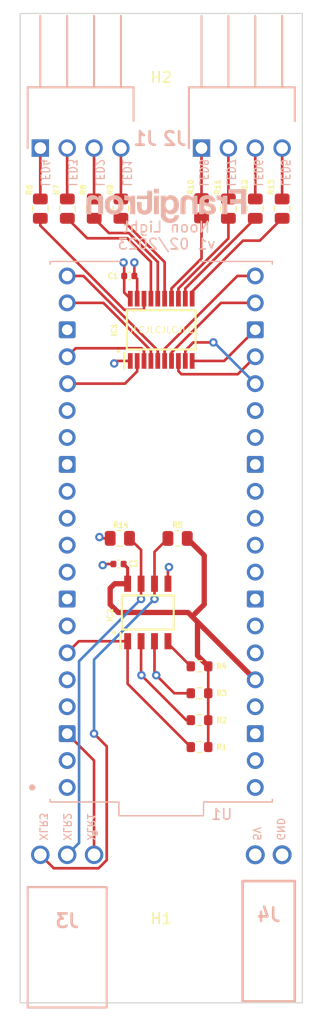
<source format=kicad_pcb>
(kicad_pcb (version 20211014) (generator pcbnew)
  (layers (0 "F.Cu" signal) (1 "In1.Cu" signal) (2 "In2.Cu" signal) (31 "B.Cu" signal) (34 "B.Paste" user) (35 "F.Paste" user) (36 "B.SilkS" user "B.Silkscreen") (37 "F.SilkS" user "F.Silkscreen") (38 "B.Mask" user) (39 "F.Mask" user) (44 "Edge.Cuts" user))
  (net 0 "")
  (net 1 "+5V")
  (net 2 "+3.3V")
  (net 3 "LED3.3_1")
  (net 4 "LED3.3_2")
  (net 5 "LED3.3_3")
  (net 6 "LED3.3_4")
  (net 7 "LED3.3_5")
  (net 8 "LED3.3_6")
  (net 9 "LED3.3_7")
  (net 10 "LED3.3_8")
  (net 11 "Net-(IC1-Pad11)")
  (net 12 "Net-(IC1-Pad12)")
  (net 13 "Net-(IC1-Pad13)")
  (net 14 "Net-(IC1-Pad14)")
  (net 15 "Net-(IC1-Pad15)")
  (net 16 "Net-(IC1-Pad16)")
  (net 17 "Net-(IC1-Pad17)")
  (net 18 "Net-(IC1-Pad18)")
  (net 19 "DMX")
  (net 20 "Net-(IC2-Pad4)")
  (net 21 "XLR 3")
  (net 22 "XLR 2")
  (net 23 "LED_1")
  (net 24 "LED_2")
  (net 25 "LED_3")
  (net 26 "LED_4")
  (net 27 "LED_5")
  (net 28 "LED_6")
  (net 29 "LED_7")
  (net 30 "LED_8")
  (net 53 "XLR1{slash}GND")
  (footprint "Resistor_SMD:R_0603_1608Metric" (layer "F.Cu") (at 143.881093 112.390655 180)
    (fp_text reference "R3" (at -2.095 0) (layer "F.SilkS") (effects (font (size 0.5 0.5) (thickness 0.125))))
    (fp_text value "10K")
    (pad "1" smd roundrect (at -0.825 0 180) (size 0.8 0.95) (layers "F.Cu" "F.Paste" "F.Mask") (net 2 "+3.3V"))
    (pad "2" smd roundrect (at 0.825 0 180) (size 0.8 0.95) (layers "F.Cu" "F.Paste" "F.Mask") (net 53 "XLR1{slash}GND"))
  )
  (footprint "SamacSys_Parts:SOP65P640X120-20N" (layer "F.Cu") (at 140.261093 78.100655 90)
    (fp_text reference "IC1" (at 0 -4.445 90) (layer "F.SilkS") (effects (font (size 0.5 0.5) (thickness 0.125))))
    (fp_text value "SN74HCT245PWR" hide)
    (pad "1" smd rect locked (at -2.938 -2.925 180) (size 0.45 1.475) (layers "F.Cu" "F.Paste" "F.Mask") (net 1 "+5V"))
    (pad "2" smd rect locked (at -2.938 -2.275 180) (size 0.45 1.475) (layers "F.Cu" "F.Paste" "F.Mask") (net 3 "LED3.3_1"))
    (pad "3" smd rect locked (at -2.938 -1.625 180) (size 0.45 1.475) (layers "F.Cu" "F.Paste" "F.Mask") (net 4 "LED3.3_2"))
    (pad "4" smd rect locked (at -2.938 -0.975 180) (size 0.45 1.475) (layers "F.Cu" "F.Paste" "F.Mask") (net 5 "LED3.3_3"))
    (pad "5" smd rect locked (at -2.938 -0.325 180) (size 0.45 1.475) (layers "F.Cu" "F.Paste" "F.Mask") (net 6 "LED3.3_4"))
    (pad "6" smd rect locked (at -2.938 0.325 180) (size 0.45 1.475) (layers "F.Cu" "F.Paste" "F.Mask") (net 7 "LED3.3_5"))
    (pad "7" smd rect locked (at -2.938 0.975 180) (size 0.45 1.475) (layers "F.Cu" "F.Paste" "F.Mask") (net 8 "LED3.3_6"))
    (pad "8" smd rect locked (at -2.938 1.625 180) (size 0.45 1.475) (layers "F.Cu" "F.Paste" "F.Mask") (net 9 "LED3.3_7"))
    (pad "9" smd rect locked (at -2.938 2.275 180) (size 0.45 1.475) (layers "F.Cu" "F.Paste" "F.Mask") (net 10 "LED3.3_8"))
    (pad "10" smd rect locked (at -2.938 2.925 180) (size 0.45 1.475) (layers "F.Cu" "F.Paste" "F.Mask") (net 53 "XLR1{slash}GND"))
    (pad "11" smd rect locked (at 2.938 2.925 180) (size 0.45 1.475) (layers "F.Cu" "F.Paste" "F.Mask") (net 11 "Net-(IC1-Pad11)"))
    (pad "12" smd rect locked (at 2.938 2.275 180) (size 0.45 1.475) (layers "F.Cu" "F.Paste" "F.Mask") (net 12 "Net-(IC1-Pad12)"))
    (pad "13" smd rect locked (at 2.938 1.625 180) (size 0.45 1.475) (layers "F.Cu" "F.Paste" "F.Mask") (net 13 "Net-(IC1-Pad13)"))
    (pad "14" smd rect locked (at 2.938 0.975 180) (size 0.45 1.475) (layers "F.Cu" "F.Paste" "F.Mask") (net 14 "Net-(IC1-Pad14)"))
    (pad "15" smd rect locked (at 2.938 0.325 180) (size 0.45 1.475) (layers "F.Cu" "F.Paste" "F.Mask") (net 15 "Net-(IC1-Pad15)"))
    (pad "16" smd rect locked (at 2.938 -0.325 180) (size 0.45 1.475) (layers "F.Cu" "F.Paste" "F.Mask") (net 16 "Net-(IC1-Pad16)"))
    (pad "17" smd rect locked (at 2.938 -0.975 180) (size 0.45 1.475) (layers "F.Cu" "F.Paste" "F.Mask") (net 17 "Net-(IC1-Pad17)"))
    (pad "18" smd rect locked (at 2.938 -1.625 180) (size 0.45 1.475) (layers "F.Cu" "F.Paste" "F.Mask") (net 18 "Net-(IC1-Pad18)"))
    (pad "19" smd rect locked (at 2.938 -2.275 180) (size 0.45 1.475) (layers "F.Cu" "F.Paste" "F.Mask") (net 53 "XLR1{slash}GND"))
    (pad "20" smd rect locked (at 2.938 -2.925 180) (size 0.45 1.475) (layers "F.Cu" "F.Paste" "F.Mask") (net 1 "+5V"))
  )
  (footprint "Resistor_SMD:R_0805_2012Metric" (layer "F.Cu") (at 144.071093 66.633591 90)
    (fp_text reference "R10" (at 1.994936 -1.016 90) (layer "F.SilkS") (effects (font (size 0.5 0.5) (thickness 0.125))))
    (fp_text value "180")
    (pad "1" smd roundrect (at -0.9125 0 90) (size 1.025 1.4) (layers "F.Cu" "F.Paste" "F.Mask") (roundrect_rratio 0.243902439) (net 14 "Net-(IC1-Pad14)"))
    (pad "2" smd roundrect (at 0.9125 0 90) (size 1.025 1.4) (layers "F.Cu" "F.Paste" "F.Mask") (roundrect_rratio 0.243902439) (net 27 "LED_5"))
  )
  (footprint "Resistor_SMD:R_0805_2012Metric" (layer "F.Cu") (at 131.386093 66.670655 90)
    (fp_text reference "R7" (at 1.778 -1.031 90) (layer "F.SilkS") (effects (font (size 0.5 0.5) (thickness 0.125))))
    (fp_text value "180")
    (pad "1" smd roundrect (at -0.9125 0 90) (size 1.025 1.4) (layers "F.Cu" "F.Paste" "F.Mask") (roundrect_rratio 0.243902439) (net 17 "Net-(IC1-Pad17)"))
    (pad "2" smd roundrect (at 0.9125 0 90) (size 1.025 1.4) (layers "F.Cu" "F.Paste" "F.Mask") (roundrect_rratio 0.243902439) (net 24 "LED_2"))
  )
  (footprint "Resistor_SMD:R_0603_1608Metric" (layer "F.Cu") (at 143.881093 114.930655 180)
    (fp_text reference "R2" (at -2.095 0) (layer "F.SilkS") (effects (font (size 0.5 0.5) (thickness 0.125))))
    (fp_text value "10K")
    (pad "1" smd roundrect (at -0.825 0 180) (size 0.8 0.95) (layers "F.Cu" "F.Paste" "F.Mask") (net 2 "+3.3V"))
    (pad "2" smd roundrect (at 0.825 0 180) (size 0.8 0.95) (layers "F.Cu" "F.Paste" "F.Mask") (net 53 "XLR1{slash}GND"))
  )
  (footprint "Resistor_SMD:R_0805_2012Metric" (layer "F.Cu") (at 136.451093 66.670655 90)
    (fp_text reference "R9" (at 1.778 -1.016 90) (layer "F.SilkS") (effects (font (size 0.5 0.5) (thickness 0.125))))
    (fp_text value "180")
    (pad "1" smd roundrect (at -0.9125 0 90) (size 1.025 1.4) (layers "F.Cu" "F.Paste" "F.Mask") (roundrect_rratio 0.243902439) (net 15 "Net-(IC1-Pad15)"))
    (pad "2" smd roundrect (at 0.9125 0 90) (size 1.025 1.4) (layers "F.Cu" "F.Paste" "F.Mask") (roundrect_rratio 0.243902439) (net 26 "LED_4"))
  )
  (footprint "SamacSys_Parts:SOIC127P600X175-8N" (layer "F.Cu") (at 138.991093 104.770655 90)
    (fp_text reference "IC2" (at -0.254 -3.556 90) (layer "F.SilkS") (effects (font (size 0.5 0.5) (thickness 0.125))))
    (fp_text value "MAX3485EESA+T" hide)
    (pad "1" smd rect locked (at -2.712 -1.905 180) (size 0.65 1.525) (layers "F.Cu" "F.Paste" "F.Mask") (net 19 "DMX"))
    (pad "2" smd rect locked (at -2.712 -0.635 180) (size 0.65 1.525) (layers "F.Cu" "F.Paste" "F.Mask") (net 53 "XLR1{slash}GND"))
    (pad "3" smd rect locked (at -2.712 0.635 180) (size 0.65 1.525) (layers "F.Cu" "F.Paste" "F.Mask") (net 53 "XLR1{slash}GND"))
    (pad "4" smd rect locked (at -2.712 1.905 180) (size 0.65 1.525) (layers "F.Cu" "F.Paste" "F.Mask") (net 20 "Net-(IC2-Pad4)"))
    (pad "5" smd rect locked (at 2.712 1.905 180) (size 0.65 1.525) (layers "F.Cu" "F.Paste" "F.Mask") (net 53 "XLR1{slash}GND"))
    (pad "6" smd rect locked (at 2.712 0.635 180) (size 0.65 1.525) (layers "F.Cu" "F.Paste" "F.Mask") (net 21 "XLR 3"))
    (pad "7" smd rect locked (at 2.712 -0.635 180) (size 0.65 1.525) (layers "F.Cu" "F.Paste" "F.Mask") (net 22 "XLR 2"))
    (pad "8" smd rect locked (at 2.712 -1.905 180) (size 0.65 1.525) (layers "F.Cu" "F.Paste" "F.Mask") (net 2 "+3.3V"))
  )
  (footprint "Resistor_SMD:R_0805_2012Metric" (layer "F.Cu") (at 128.831093 66.670655 90)
    (fp_text reference "R6" (at 1.778 -1.016 90) (layer "F.SilkS") (effects (font (size 0.5 0.5) (thickness 0.125))))
    (fp_text value "180")
    (pad "1" smd roundrect (at -0.9125 0 90) (size 1.025 1.4) (layers "F.Cu" "F.Paste" "F.Mask") (roundrect_rratio 0.243902439) (net 18 "Net-(IC1-Pad18)"))
    (pad "2" smd roundrect (at 0.9125 0 90) (size 1.025 1.4) (layers "F.Cu" "F.Paste" "F.Mask") (roundrect_rratio 0.243902439) (net 23 "LED_1"))
  )
  (footprint "Resistor_SMD:R_0805_2012Metric" (layer "F.Cu") (at 141.808593 97.785655 180)
    (fp_text reference "R5" (at 0 1.27) (layer "F.SilkS") (effects (font (size 0.5 0.5) (thickness 0.125))))
    (fp_text value "20K")
    (pad "1" smd roundrect (at -0.9125 0 180) (size 1.025 1.4) (layers "F.Cu" "F.Paste" "F.Mask") (roundrect_rratio 0.243902439) (net 2 "+3.3V"))
    (pad "2" smd roundrect (at 0.9125 0 180) (size 1.025 1.4) (layers "F.Cu" "F.Paste" "F.Mask") (roundrect_rratio 0.243902439) (net 21 "XLR 3"))
  )
  (footprint "MountingHole:MountingHole_2.5mm" (layer "F.Cu") (at 140.261093 57.780655)
    (fp_text reference "H2" (at 0 -3.5) (layer "F.SilkS"))
    (fp_text value "MountingHole")
    (pad "" np_thru_hole circle (at 0 0) (size 2.5 2.5) (drill 2.5) (layers *.Cu *.Mask))
  )
  (footprint "Resistor_SMD:R_0603_1608Metric" (layer "F.Cu") (at 143.881093 109.850655 180)
    (fp_text reference "R4" (at -2.095 0) (layer "F.SilkS") (effects (font (size 0.5 0.5) (thickness 0.125))))
    (fp_text value "10K")
    (pad "1" smd roundrect (at -0.825 0 180) (size 0.8 0.95) (layers "F.Cu" "F.Paste" "F.Mask") (net 2 "+3.3V"))
    (pad "2" smd roundrect (at 0.825 0 180) (size 0.8 0.95) (layers "F.Cu" "F.Paste" "F.Mask") (net 20 "Net-(IC2-Pad4)"))
  )
  (footprint "MountingHole:MountingHole_2.5mm" (layer "F.Cu") (at 140.261093 137.155655)
    (fp_text reference "H1" (at 0 -3.5) (layer "F.SilkS"))
    (fp_text value "MountingHole")
    (pad "" np_thru_hole circle (at 0 0) (size 2.5 2.5) (drill 2.5) (layers *.Cu *.Mask))
  )
  (footprint "Resistor_SMD:R_0805_2012Metric" (layer "F.Cu") (at 146.611093 66.670655 90)
    (fp_text reference "R11" (at 2.032 -1.016 90) (layer "F.SilkS") (effects (font (size 0.5 0.5) (thickness 0.125))))
    (fp_text value "180")
    (pad "1" smd roundrect (at -0.9125 0 90) (size 1.025 1.4) (layers "F.Cu" "F.Paste" "F.Mask") (roundrect_rratio 0.243902439) (net 13 "Net-(IC1-Pad13)"))
    (pad "2" smd roundrect (at 0.9125 0 90) (size 1.025 1.4) (layers "F.Cu" "F.Paste" "F.Mask") (roundrect_rratio 0.243902439) (net 28 "LED_6"))
  )
  (footprint "Capacitor_SMD:C_0402_1005Metric" (layer "F.Cu") (at 136.225093 100.198655)
    (fp_text reference "C2" (at 1.425 -0.02) (layer "F.SilkS") (effects (font (size 0.5 0.5) (thickness 0.125))))
    (fp_text value "100nF")
    (pad "1" smd roundrect (at -0.48 0) (size 0.56 0.62) (layers "F.Cu" "F.Paste" "F.Mask") (net 53 "XLR1{slash}GND"))
    (pad "2" smd roundrect (at 0.48 0) (size 0.56 0.62) (layers "F.Cu" "F.Paste" "F.Mask") (net 2 "+3.3V"))
  )
  (footprint "Resistor_SMD:R_0805_2012Metric" (layer "F.Cu") (at 133.926093 66.670655 90)
    (fp_text reference "R8" (at 1.778 -1.031 90) (layer "F.SilkS") (effects (font (size 0.5 0.5) (thickness 0.125))))
    (fp_text value "180")
    (pad "1" smd roundrect (at -0.9125 0 90) (size 1.025 1.4) (layers "F.Cu" "F.Paste" "F.Mask") (roundrect_rratio 0.243902439) (net 16 "Net-(IC1-Pad16)"))
    (pad "2" smd roundrect (at 0.9125 0 90) (size 1.025 1.4) (layers "F.Cu" "F.Paste" "F.Mask") (roundrect_rratio 0.243902439) (net 25 "LED_3"))
  )
  (footprint "Capacitor_SMD:C_0402_1005Metric" (layer "F.Cu") (at 137.241093 73.020655)
    (fp_text reference "C1" (at -1.552 0) (layer "F.SilkS") (effects (font (size 0.5 0.5) (thickness 0.125))))
    (fp_text value "100nF")
    (pad "1" smd roundrect (at -0.48 0) (size 0.56 0.62) (layers "F.Cu" "F.Paste" "F.Mask") (net 1 "+5V"))
    (pad "2" smd roundrect (at 0.48 0) (size 0.56 0.62) (layers "F.Cu" "F.Paste" "F.Mask") (net 53 "XLR1{slash}GND"))
  )
  (footprint "Resistor_SMD:R_0805_2012Metric" (layer "F.Cu") (at 151.691093 66.670655 90)
    (fp_text reference "R13" (at 2.032 -1.016 90) (layer "F.SilkS") (effects (font (size 0.5 0.5) (thickness 0.125))))
    (fp_text value "180")
    (pad "1" smd roundrect (at -0.9125 0 90) (size 1.025 1.4) (layers "F.Cu" "F.Paste" "F.Mask") (roundrect_rratio 0.243902439) (net 11 "Net-(IC1-Pad11)"))
    (pad "2" smd roundrect (at 0.9125 0 90) (size 1.025 1.4) (layers "F.Cu" "F.Paste" "F.Mask") (roundrect_rratio 0.243902439) (net 30 "LED_8"))
  )
  (footprint "Resistor_SMD:R_0603_1608Metric" (layer "F.Cu") (at 143.881093 117.470655 180)
    (fp_text reference "R1" (at -2.095 0) (layer "F.SilkS") (effects (font (size 0.5 0.5) (thickness 0.125))))
    (fp_text value "10K")
    (pad "1" smd roundrect (at -0.825 0 180) (size 0.8 0.95) (layers "F.Cu" "F.Paste" "F.Mask") (net 2 "+3.3V"))
    (pad "2" smd roundrect (at 0.825 0 180) (size 0.8 0.95) (layers "F.Cu" "F.Paste" "F.Mask") (net 19 "DMX"))
  )
  (footprint "Resistor_SMD:R_0805_2012Metric" (layer "F.Cu") (at 136.348593 97.775655 180)
    (fp_text reference "R14" (at -0.1025 1.26) (layer "F.SilkS") (effects (font (size 0.5 0.5) (thickness 0.125))))
    (fp_text value "20K")
    (pad "1" smd roundrect (at -0.9125 0 180) (size 1.025 1.4) (layers "F.Cu" "F.Paste" "F.Mask") (roundrect_rratio 0.243902439) (net 22 "XLR 2"))
    (pad "2" smd roundrect (at 0.9125 0 180) (size 1.025 1.4) (layers "F.Cu" "F.Paste" "F.Mask") (roundrect_rratio 0.243902439) (net 53 "XLR1{slash}GND"))
  )
  (footprint "Resistor_SMD:R_0805_2012Metric" (layer "F.Cu") (at 149.151093 66.670655 90)
    (fp_text reference "R12" (at 2.032 -1.016 90) (layer "F.SilkS") (effects (font (size 0.5 0.5) (thickness 0.125))))
    (fp_text value "180")
    (pad "1" smd roundrect (at -0.9125 0 90) (size 1.025 1.4) (layers "F.Cu" "F.Paste" "F.Mask") (roundrect_rratio 0.243902439) (net 12 "Net-(IC1-Pad12)"))
    (pad "2" smd roundrect (at 0.9125 0 90) (size 1.025 1.4) (layers "F.Cu" "F.Paste" "F.Mask") (roundrect_rratio 0.243902439) (net 29 "LED_7"))
  )
  (footprint "SamacSys_Parts:HDRRA4W64P0X254_1X4_1001X318X635P" (layer "B.Cu") (at 128.831093 60.955655 180)
    (fp_text reference "J1" (at -9.906 0.889) (layer "B.SilkS") (effects (font (size 1.27 1.27) (thickness 0.254)) (justify mirror)))
    (fp_text value "171857-0004" hide)
    (pad "1" thru_hole rect locked (at 0 0 180) (size 1.65 1.65) (drill 1.1) (layers *.Cu *.Mask) (net 23 "LED_1"))
    (pad "2" thru_hole circle locked (at -2.54 0 180) (size 1.65 1.65) (drill 1.1) (layers *.Cu *.Mask) (net 24 "LED_2"))
    (pad "3" thru_hole circle locked (at -5.08 0 180) (size 1.65 1.65) (drill 1.1) (layers *.Cu *.Mask) (net 25 "LED_3"))
    (pad "4" thru_hole circle locked (at -7.62 0 180) (size 1.65 1.65) (drill 1.1) (layers *.Cu *.Mask) (net 26 "LED_4"))
  )
  (footprint "Frangitron:frangitron_logo_16mm" (layer "B.Cu") (at 140.769093 66.416655 180)
    (fp_text reference "HS1" hide)
    (fp_text value "Frangitron_Logo" hide)
  )
  (footprint "SamacSys_Parts:HDRRA4W64P0X254_1X4_1001X318X635P" (layer "B.Cu") (at 144.071093 60.955655 180)
    (fp_text reference "J2" (at 2.54 0.889) (layer "B.SilkS") (effects (font (size 1.27 1.27) (thickness 0.254)) (justify mirror)))
    (fp_text value "171857-0004" hide)
    (pad "1" thru_hole rect locked (at 0 0 180) (size 1.65 1.65) (drill 1.1) (layers *.Cu *.Mask) (net 27 "LED_5"))
    (pad "2" thru_hole circle locked (at -2.54 0 180) (size 1.65 1.65) (drill 1.1) (layers *.Cu *.Mask) (net 28 "LED_6"))
    (pad "3" thru_hole circle locked (at -5.08 0 180) (size 1.65 1.65) (drill 1.1) (layers *.Cu *.Mask) (net 29 "LED_7"))
    (pad "4" thru_hole circle locked (at -7.62 0 180) (size 1.65 1.65) (drill 1.1) (layers *.Cu *.Mask) (net 30 "LED_8"))
  )
  (footprint "SamacSys_Parts:171857-0003" (layer "B.Cu") (at 131.371093 133.860655)
    (fp_text reference "J3" (at 0 0) (layer "B.SilkS") (effects (font (size 1.27 1.27) (thickness 0.254)) (justify mirror)))
    (fp_text value "171857-0003" hide)
    (pad "1" thru_hole circle locked (at 2.54 -6.23) (size 1.75 1.75) (drill 1.19) (layers *.Cu *.Mask) (net 53 "XLR1{slash}GND"))
    (pad "2" thru_hole circle locked (at 0 -6.23) (size 1.75 1.75) (drill 1.19) (layers *.Cu *.Mask) (net 22 "XLR 2"))
    (pad "3" thru_hole circle locked (at -2.54 -6.23) (size 1.75 1.75) (drill 1.19) (layers *.Cu *.Mask) (net 21 "XLR 3"))
  )
  (footprint "Frangitron:RaspberryPicoW" (layer "B.Cu") (at 141.605 95.885)
    (fp_text reference "U1" (at 4.371093 27.935655) (layer "B.SilkS") (effects (justify mirror)))
    (fp_text value "RPiPicoW")
    (pad "1" thru_hole circle (at -10.233907 25.395655) (size 1.6 1.6) (drill 1) (layers *.Cu *.Mask))
    (pad "2" thru_hole circle (at -10.233907 22.855655) (size 1.6 1.6) (drill 1) (layers *.Cu *.Mask))
    (pad "3" thru_hole roundrect (at -10.233907 20.315655) (size 1.6 1.6) (drill 1) (layers *.Cu *.Mask) (roundrect_rratio 0.125) (net 53 "XLR1{slash}GND"))
    (pad "4" thru_hole circle (at -10.233907 17.775655) (size 1.6 1.6) (drill 1) (layers *.Cu *.Mask))
    (pad "5" thru_hole circle (at -10.233907 15.235655) (size 1.6 1.6) (drill 1) (layers *.Cu *.Mask))
    (pad "6" thru_hole circle (at -10.233907 12.695655) (size 1.6 1.6) (drill 1) (layers *.Cu *.Mask) (net 19 "DMX"))
    (pad "7" thru_hole circle (at -10.233907 10.155655) (size 1.6 1.6) (drill 1) (layers *.Cu *.Mask))
    (pad "8" thru_hole roundrect (at -10.233907 7.615655) (size 1.6 1.6) (drill 1) (layers *.Cu *.Mask) (roundrect_rratio 0.125) (net 53 "XLR1{slash}GND"))
    (pad "9" thru_hole circle (at -10.233907 5.075655) (size 1.6 1.6) (drill 1) (layers *.Cu *.Mask))
    (pad "10" thru_hole circle (at -10.233907 2.535655) (size 1.6 1.6) (drill 1) (layers *.Cu *.Mask))
    (pad "11" thru_hole circle (at -10.233907 -0.004345) (size 1.6 1.6) (drill 1) (layers *.Cu *.Mask))
    (pad "12" thru_hole circle (at -10.233907 -2.544345) (size 1.6 1.6) (drill 1) (layers *.Cu *.Mask))
    (pad "13" thru_hole roundrect (at -10.233907 -5.084345) (size 1.6 1.6) (drill 1) (layers *.Cu *.Mask) (roundrect_rratio 0.125) (net 53 "XLR1{slash}GND"))
    (pad "14" thru_hole circle (at -10.233907 -7.624345) (size 1.6 1.6) (drill 1) (layers *.Cu *.Mask))
    (pad "15" thru_hole circle (at -10.233907 -10.164345) (size 1.6 1.6) (drill 1) (layers *.Cu *.Mask))
    (pad "16" thru_hole circle (at -10.192026 -12.704345) (size 1.6 1.6) (drill 1) (layers *.Cu *.Mask) (net 3 "LED3.3_1"))
    (pad "17" thru_hole circle (at -10.233907 -15.244345) (size 1.6 1.6) (drill 1) (layers *.Cu *.Mask) (net 4 "LED3.3_2"))
    (pad "18" thru_hole roundrect (at -10.233907 -17.784345) (size 1.6 1.6) (drill 1) (layers *.Cu *.Mask) (roundrect_rratio 0.125) (net 53 "XLR1{slash}GND"))
    (pad "19" thru_hole circle (at -10.233907 -20.324345) (size 1.6 1.6) (drill 1) (layers *.Cu *.Mask) (net 5 "LED3.3_3"))
    (pad "20" thru_hole circle (at -10.233907 -22.864345) (size 1.6 1.6) (drill 1) (layers *.Cu *.Mask) (net 6 "LED3.3_4"))
    (pad "21" thru_hole circle (at 7.546093 -22.864345) (size 1.6 1.6) (drill 1) (layers *.Cu *.Mask) (net 7 "LED3.3_5"))
    (pad "22" thru_hole circle (at 7.546093 -20.324345) (size 1.6 1.6) (drill 1) (layers *.Cu *.Mask) (net 8 "LED3.3_6"))
    (pad "23" thru_hole roundrect (at 7.546093 -17.784345) (size 1.6 1.6) (drill 1) (layers *.Cu *.Mask) (roundrect_rratio 0.125) (net 53 "XLR1{slash}GND"))
    (pad "24" thru_hole circle (at 7.546093 -15.244345) (size 1.6 1.6) (drill 1) (layers *.Cu *.Mask) (net 9 "LED3.3_7"))
    (pad "25" thru_hole circle (at 7.546093 -12.704345) (size 1.6 1.6) (drill 1) (layers *.Cu *.Mask) (net 10 "LED3.3_8"))
    (pad "26" thru_hole circle (at 7.546093 -10.164345) (size 1.6 1.6) (drill 1) (layers *.Cu *.Mask))
    (pad "27" thru_hole circle (at 7.546093 -7.624345) (size 1.6 1.6) (drill 1) (layers *.Cu *.Mask))
    (pad "28" thru_hole roundrect (at 7.546093 -5.084345) (size 1.6 1.6) (drill 1) (layers *.Cu *.Mask) (roundrect_rratio 0.125) (net 53 "XLR1{slash}GND"))
    (pad "29" thru_hole circle (at 7.546093 -2.544345) (size 1.6 1.6) (drill 1) (layers *.Cu *.Mask))
    (pad "30" thru_hole circle (at 7.546093 -0.004345) (size 1.6 1.6) (drill 1) (layers *.Cu *.Mask))
    (pad "31" thru_hole circle (at 7.546093 2.535655) (size 1.6 1.6) (drill 1) (layers *.Cu *.Mask))
    (pad "32" thru_hole circle (at 7.546093 5.075655) (size 1.6 1.6) (drill 1) (layers *.Cu *.Mask))
    (pad "33" thru_hole roundrect (at 7.546093 7.615655) (size 1.6 1.6) (drill 1) (layers *.Cu *.Mask) (roundrect_rratio 0.125))
    (pad "34" thru_hole circle (at 7.546093 10.155655) (size 1.6 1.6) (drill 1) (layers *.Cu *.Mask))
    (pad "35" thru_hole circle (at 7.546093 12.695655) (size 1.6 1.6) (drill 1) (layers *.Cu *.Mask))
    (pad "36" thru_hole circle (at 7.546093 15.235655) (size 1.6 1.6) (drill 1) (layers *.Cu *.Mask) (net 2 "+3.3V"))
    (pad "37" thru_hole circle (at 7.546093 17.775655) (size 1.6 1.6) (drill 1) (layers *.Cu *.Mask))
    (pad "38" thru_hole roundrect (at 7.546093 20.315655) (size 1.6 1.6) (drill 1) (layers *.Cu *.Mask) (roundrect_rratio 0.125) (net 53 "XLR1{slash}GND"))
    (pad "39" thru_hole circle (at 7.546093 22.855655) (size 1.6 1.6) (drill 1) (layers *.Cu *.Mask) (net 1 "+5V"))
    (pad "40" thru_hole circle (at 7.546093 25.395655) (size 1.6 1.6) (drill 1) (layers *.Cu *.Mask))
  )
  (footprint "SamacSys_Parts:171857-0002" (layer "B.Cu") (at 150.421093 133.290655)
    (fp_text reference "J4" (at 0 0) (layer "B.SilkS") (effects (font (size 1.27 1.27) (thickness 0.254)) (justify mirror)))
    (fp_text value "171857-0002" hide)
    (pad "1" thru_hole circle locked (at -1.27 -5.66) (size 1.8 1.8) (drill 1.19) (layers *.Cu *.Mask) (net 1 "+5V"))
    (pad "2" thru_hole circle locked (at 1.27 -5.66) (size 1.8 1.8) (drill 1.19) (layers *.Cu *.Mask) (net 53 "XLR1{slash}GND"))
  )
  (gr_circle (center 136.197093 80.132655) (end 136.297093 80.132655) (layer "F.SilkS") (width 0.15) (fill none))
  (gr_circle (center 135.816093 106.675655) (end 135.916093 106.675655) (layer "F.SilkS") (width 0.15) (fill none))
  (gr_rect (start 126.926093 48.255655) (end 153.596093 141.600655) (layer "Edge.Cuts") (width 0.1) (fill none))
  (gr_text "GND\n\n5V" (at 150.421093 126.360655 270) (layer "B.SilkS") (effects (font (size 0.7 0.7) (thickness 0.12)) (justify left mirror)))
  (gr_text "LED5\n\nLED6\n\nLED7\n\nLED8" (at 148.135093 64.638655 270) (layer "B.SilkS") (effects (font (size 0.8 0.7) (thickness 0.12)) (justify left mirror)))
  (gr_text "XLR1\n\nXLR2\n\nXLR3" (at 131.371093 126.360655 270) (layer "B.SilkS") (effects (font (size 0.7 0.7) (thickness 0.12)) (justify left mirror)))
  (gr_text "Noon Light\nv1 02/2023" (at 140.769093 69.210655) (layer "B.SilkS") (effects (font (size 1 1)) (justify mirror)))
  (gr_text "LED1\n\nLED2\n\nLED3\n\nLED4" (at 133.149093 64.638655 270) (layer "B.SilkS") (effects (font (size 0.8 0.7) (thickness 0.12)) (justify left mirror)))
  (gr_text "JLCJLCJLCJLC" (at 140.261093 78.100655) (layer "F.SilkS") (effects (font (size 0.6 0.6) (thickness 0.08))))
  (segment (start 137.336093 81.038655) (end 136.053093 81.038655) (width 0.25) (layer "F.Cu") (net 1))
  (segment (start 136.761093 74.587655) (end 137.336093 75.162655) (width 0.25) (layer "F.Cu") (net 1))
  (segment (start 136.761093 71.806655) (end 136.705093 71.750655) (width 0.25) (layer "F.Cu") (net 1))
  (segment (start 136.053093 81.038655) (end 135.816093 81.275655) (width 0.25) (layer "F.Cu") (net 1))
  (segment (start 136.761093 73.020655) (end 136.761093 74.587655) (width 0.25) (layer "F.Cu") (net 1))
  (segment (start 136.761093 73.020655) (end 136.761093 71.806655) (width 0.25) (layer "F.Cu") (net 1))
  (via (at 136.705093 71.750655) (size 0.8) (drill 0.4) (layers "F.Cu" "B.Cu") (net 1))
  (via (at 135.816093 81.275655) (size 0.8) (drill 0.4) (layers "F.Cu" "B.Cu") (net 1))
  (segment (start 149.151093 111.120655) (end 143.690093 105.659655) (width 0.5) (layer "F.Cu") (net 2))
  (segment (start 144.706093 112.390655) (end 144.706093 114.930655) (width 0.25) (layer "F.Cu") (net 2))
  (segment (start 142.801093 104.770655) (end 136.197093 104.770655) (width 0.5) (layer "F.Cu") (net 2))
  (segment (start 143.690093 105.659655) (end 143.690093 108.834655) (width 0.5) (layer "F.Cu") (net 2))
  (segment (start 143.690093 105.659655) (end 143.182093 105.151655) (width 0.5) (layer "F.Cu") (net 2))
  (segment (start 143.690093 108.834655) (end 144.706093 109.850655) (width 0.5) (layer "F.Cu") (net 2))
  (segment (start 137.086093 102.058655) (end 137.086093 100.579655) (width 0.3) (layer "F.Cu") (net 2))
  (segment (start 135.435093 102.484655) (end 135.861093 102.058655) (width 0.5) (layer "F.Cu") (net 2))
  (segment (start 144.325093 99.389655) (end 142.721093 97.785655) (width 0.5) (layer "F.Cu") (net 2))
  (segment (start 144.325093 99.389655) (end 144.325093 104.008655) (width 0.5) (layer "F.Cu") (net 2))
  (segment (start 137.086093 100.579655) (end 136.705093 100.198655) (width 0.3) (layer "F.Cu") (net 2))
  (segment (start 135.861093 102.058655) (end 137.086093 102.058655) (width 0.5) (layer "F.Cu") (net 2))
  (segment (start 144.325093 104.008655) (end 143.182093 105.151655) (width 0.5) (layer "F.Cu") (net 2))
  (segment (start 136.197093 104.770655) (end 135.435093 104.008655) (width 0.5) (layer "F.Cu") (net 2))
  (segment (start 144.706093 114.930655) (end 144.706093 117.470655) (width 0.25) (layer "F.Cu") (net 2))
  (segment (start 144.706093 112.390655) (end 144.706093 109.850655) (width 0.25) (layer "F.Cu") (net 2))
  (segment (start 143.182093 105.151655) (end 142.801093 104.770655) (width 0.5) (layer "F.Cu") (net 2))
  (segment (start 135.435093 104.008655) (end 135.435093 102.484655) (width 0.5) (layer "F.Cu") (net 2))
  (segment (start 137.986093 81.038655) (end 137.986093 82.026155) (width 0.25) (layer "F.Cu") (net 3))
  (segment (start 136.831593 83.180655) (end 131.412974 83.180655) (width 0.25) (layer "F.Cu") (net 3))
  (segment (start 137.986093 82.026155) (end 136.831593 83.180655) (width 0.25) (layer "F.Cu") (net 3))
  (segment (start 138.636093 80.076155) (end 138.400594 79.840656) (width 0.25) (layer "F.Cu") (net 4))
  (segment (start 132.171092 79.840656) (end 131.371093 80.640655) (width 0.25) (layer "F.Cu") (net 4))
  (segment (start 138.636093 81.038655) (end 138.636093 80.076155) (width 0.25) (layer "F.Cu") (net 4))
  (segment (start 138.400594 79.840656) (end 132.171092 79.840656) (width 0.25) (layer "F.Cu") (net 4))
  (segment (start 134.795593 75.560655) (end 131.371093 75.560655) (width 0.25) (layer "F.Cu") (net 5))
  (segment (start 139.286093 80.051155) (end 134.795593 75.560655) (width 0.25) (layer "F.Cu") (net 5))
  (segment (start 139.286093 81.038655) (end 139.286093 80.051155) (width 0.25) (layer "F.Cu") (net 5))
  (segment (start 139.936093 80.051155) (end 132.905593 73.020655) (width 0.25) (layer "F.Cu") (net 6))
  (segment (start 139.936093 81.038655) (end 139.936093 80.051155) (width 0.25) (layer "F.Cu") (net 6))
  (segment (start 132.905593 73.020655) (end 131.371093 73.020655) (width 0.25) (layer "F.Cu") (net 6))
  (segment (start 147.461093 73.020655) (end 149.151093 73.020655) (width 0.25) (layer "F.Cu") (net 7))
  (segment (start 140.586093 79.895655) (end 147.461093 73.020655) (width 0.25) (layer "F.Cu") (net 7))
  (segment (start 140.586093 81.038655) (end 140.586093 79.895655) (width 0.25) (layer "F.Cu") (net 7))
  (segment (start 141.236093 81.038655) (end 141.236093 80.245655) (width 0.25) (layer "F.Cu") (net 8))
  (segment (start 145.921093 75.560655) (end 149.151093 75.560655) (width 0.25) (layer "F.Cu") (net 8))
  (segment (start 141.236093 80.245655) (end 145.921093 75.560655) (width 0.25) (layer "F.Cu") (net 8))
  (segment (start 142.175593 82.290655) (end 147.501093 82.290655) (width 0.25) (layer "F.Cu") (net 9))
  (segment (start 141.886093 81.038655) (end 141.886093 82.001155) (width 0.25) (layer "F.Cu") (net 9))
  (segment (start 147.501093 82.290655) (end 149.151093 80.640655) (width 0.25) (layer "F.Cu") (net 9))
  (segment (start 141.886093 82.001155) (end 142.175593 82.290655) (width 0.25) (layer "F.Cu") (net 9))
  (segment (start 142.536093 81.038655) (end 142.536093 80.051155) (width 0.25) (layer "F.Cu") (net 10))
  (segment (start 143.296593 79.290655) (end 145.191093 79.290655) (width 0.25) (layer "F.Cu") (net 10))
  (segment (start 142.536093 80.051155) (end 143.296593 79.290655) (width 0.25) (layer "F.Cu") (net 10))
  (via (at 145.191093 79.290655) (size 0.8) (drill 0.4) (layers "F.Cu" "B.Cu") (net 10))
  (segment (start 145.261093 79.290655) (end 149.151093 83.180655) (width 0.25) (layer "B.Cu") (net 10))
  (segment (start 145.191093 79.290655) (end 145.261093 79.290655) (width 0.25) (layer "B.Cu") (net 10))
  (segment (start 149.583593 69.690655) (end 151.691093 67.583155) (width 0.25) (layer "F.Cu") (net 11))
  (segment (start 143.186093 74.495655) (end 147.991093 69.690655) (width 0.25) (layer "F.Cu") (net 11))
  (segment (start 143.186093 75.162655) (end 143.186093 74.495655) (width 0.25) (layer "F.Cu") (net 11))
  (segment (start 147.991093 69.690655) (end 149.583593 69.690655) (width 0.25) (layer "F.Cu") (net 11))
  (segment (start 149.151093 67.585155) (end 149.151093 67.583155) (width 0.25) (layer "F.Cu") (net 12))
  (segment (start 142.536093 74.200155) (end 149.151093 67.585155) (width 0.25) (layer "F.Cu") (net 12))
  (segment (start 142.536093 75.162655) (end 142.536093 74.200155) (width 0.25) (layer "F.Cu") (net 12))
  (segment (start 141.886093 75.162655) (end 141.886093 74.200155) (width 0.25) (layer "F.Cu") (net 13))
  (segment (start 146.611093 69.475155) (end 146.611093 67.583155) (width 0.25) (layer "F.Cu") (net 13))
  (segment (start 141.886093 74.200155) (end 146.611093 69.475155) (width 0.25) (layer "F.Cu") (net 13))
  (segment (start 141.236093 75.162655) (end 141.236093 74.200155) (width 0.25) (layer "F.Cu") (net 14))
  (segment (start 144.071093 71.365155) (end 144.071093 67.546091) (width 0.25) (layer "F.Cu") (net 14))
  (segment (start 141.236093 74.200155) (end 144.071093 71.365155) (width 0.25) (layer "F.Cu") (net 14))
  (segment (start 140.586093 71.718155) (end 140.586093 75.162655) (width 0.25) (layer "F.Cu") (net 15))
  (segment (start 136.451093 67.583155) (end 140.586093 71.718155) (width 0.25) (layer "F.Cu") (net 15))
  (segment (start 135.312041 68.969103) (end 137.200645 68.969103) (width 0.25) (layer "F.Cu") (net 16))
  (segment (start 137.200645 68.969103) (end 139.936093 71.704551) (width 0.25) (layer "F.Cu") (net 16))
  (segment (start 139.936093 71.704551) (end 139.936093 75.162655) (width 0.25) (layer "F.Cu") (net 16))
  (segment (start 133.926093 67.583155) (end 135.312041 68.969103) (width 0.25) (layer "F.Cu") (net 16))
  (segment (start 131.386093 67.583155) (end 133.267593 69.464655) (width 0.25) (layer "F.Cu") (net 17))
  (segment (start 133.267593 69.464655) (end 137.059801 69.464655) (width 0.25) (layer "F.Cu") (net 17))
  (segment (start 137.059801 69.464655) (end 139.286093 71.690947) (width 0.25) (layer "F.Cu") (net 17))
  (segment (start 139.286093 71.690947) (end 139.286093 75.162655) (width 0.25) (layer "F.Cu") (net 17))
  (segment (start 128.831093 68.270155) (end 136.786093 76.225155) (width 0.25) (layer "F.Cu") (net 18))
  (segment (start 138.636093 76.125155) (end 138.636093 75.162655) (width 0.25) (layer "F.Cu") (net 18))
  (segment (start 138.536093 76.225155) (end 138.636093 76.125155) (width 0.25) (layer "F.Cu") (net 18))
  (segment (start 136.786093 76.225155) (end 138.536093 76.225155) (width 0.25) (layer "F.Cu") (net 18))
  (segment (start 128.831093 67.583155) (end 128.831093 68.270155) (width 0.25) (layer "F.Cu") (net 18))
  (segment (start 132.469093 107.482655) (end 131.371093 108.580655) (width 0.25) (layer "F.Cu") (net 19))
  (segment (start 137.086093 111.500655) (end 143.056093 117.470655) (width 0.25) (layer "F.Cu") (net 19))
  (segment (start 137.086093 107.482655) (end 132.469093 107.482655) (width 0.25) (layer "F.Cu") (net 19))
  (segment (start 137.086093 107.482655) (end 137.086093 111.500655) (width 0.25) (layer "F.Cu") (net 19))
  (segment (start 140.896093 107.690655) (end 143.056093 109.850655) (width 0.25) (layer "F.Cu") (net 20))
  (segment (start 140.896093 107.482655) (end 140.896093 107.690655) (width 0.25) (layer "F.Cu") (net 20))
  (segment (start 135.111093 117.400655) (end 135.111093 128.127712) (width 0.25) (layer "F.Cu") (net 21))
  (segment (start 135.111093 128.127712) (end 134.33815 128.900655) (width 0.25) (layer "F.Cu") (net 21))
  (segment (start 130.101093 128.900655) (end 128.831093 127.630655) (width 0.25) (layer "F.Cu") (net 21))
  (segment (start 139.626093 99.055655) (end 140.896093 97.785655) (width 0.25) (layer "F.Cu") (net 21))
  (segment (start 139.626093 102.058655) (end 139.626093 99.055655) (width 0.25) (layer "F.Cu") (net 21))
  (segment (start 139.626093 102.058655) (end 139.626093 103.500655) (width 0.25) (layer "F.Cu") (net 21))
  (segment (start 133.911093 116.200655) (end 135.111093 117.400655) (width 0.25) (layer "F.Cu") (net 21))
  (segment (start 134.33815 128.900655) (end 130.101093 128.900655) (width 0.25) (layer "F.Cu") (net 21))
  (via (at 133.911093 116.200655) (size 0.8) (drill 0.4) (layers "F.Cu" "B.Cu") (net 21))
  (via (at 139.626093 103.500655) (size 0.8) (drill 0.4) (layers "F.Cu" "B.Cu") (net 21))
  (segment (start 133.911093 109.215655) (end 133.911093 116.200655) (width 0.25) (layer "B.Cu") (net 21))
  (segment (start 139.626093 103.500655) (end 133.911093 109.215655) (width 0.25) (layer "B.Cu") (net 21))
  (segment (start 138.356093 102.058655) (end 138.356093 103.500655) (width 0.25) (layer "F.Cu") (net 22))
  (segment (start 138.356093 98.870655) (end 138.356093 100.125655) (width 0.25) (layer "F.Cu") (net 22))
  (segment (start 138.356093 102.058655) (end 138.356093 100.125655) (width 0.25) (layer "F.Cu") (net 22))
  (segment (start 137.261093 97.775655) (end 138.356093 98.870655) (width 0.25) (layer "F.Cu") (net 22))
  (via (at 138.356093 103.500655) (size 0.8) (drill 0.4) (layers "F.Cu" "B.Cu") (net 22))
  (segment (start 138.356093 103.500655) (end 132.496093 109.360655) (width 0.25) (layer "B.Cu") (net 22))
  (segment (start 132.496093 109.360655) (end 132.496093 126.505655) (width 0.25) (layer "B.Cu") (net 22))
  (segment (start 132.496093 126.505655) (end 131.371093 127.630655) (width 0.25) (layer "B.Cu") (net 22))
  (segment (start 128.831093 65.758155) (end 128.831093 60.955655) (width 0.25) (layer "F.Cu") (net 23))
  (segment (start 131.371093 65.743155) (end 131.386093 65.758155) (width 0.25) (layer "F.Cu") (net 24))
  (segment (start 131.371093 60.955655) (end 131.371093 65.743155) (width 0.25) (layer "F.Cu") (net 24))
  (segment (start 133.911093 65.743155) (end 133.911093 60.955655) (width 0.25) (layer "F.Cu") (net 25))
  (segment (start 133.926093 65.758155) (end 133.911093 65.743155) (width 0.25) (layer "F.Cu") (net 25))
  (segment (start 136.451093 60.955655) (end 136.451093 65.758155) (width 0.25) (layer "F.Cu") (net 26))
  (segment (start 144.071093 65.721091) (end 144.071093 60.955655) (width 0.25) (layer "F.Cu") (net 27))
  (segment (start 146.611093 60.955655) (end 146.611093 65.758155) (width 0.25) (layer "F.Cu") (net 28))
  (segment (start 149.151093 65.758155) (end 149.151093 60.955655) (width 0.25) (layer "F.Cu") (net 29))
  (segment (start 151.691093 65.758155) (end 151.691093 60.955655) (width 0.25) (layer "F.Cu") (net 30))
  (segment (start 139.626093 110.525655) (end 139.791093 110.690655) (width 0.25) (layer "F.Cu") (net 53))
  (segment (start 142.631093 114.930655) (end 143.056093 114.930655) (width 0.25) (layer "F.Cu") (net 53))
  (segment (start 137.721093 73.020655) (end 137.721093 71.750655) (width 0.25) (layer "F.Cu") (net 53))
  (segment (start 135.745093 100.198655) (end 134.836093 100.198655) (width 0.25) (layer "F.Cu") (net 53))
  (segment (start 140.896093 100.585655) (end 140.991093 100.490655) (width 0.25) (layer "F.Cu") (net 53))
  (segment (start 131.371093 116.200655) (end 133.911093 118.740655) (width 0.25) (layer "F.Cu") (net 53))
  (segment (start 138.356093 107.482655) (end 138.356093 110.655655) (width 0.25) (layer "F.Cu") (net 53))
  (segment (start 133.911093 118.740655) (end 133.911093 127.630655) (width 0.25) (layer "F.Cu") (net 53))
  (segment (start 138.356093 110.655655) (end 138.391093 110.690655) (width 0.25) (layer "F.Cu") (net 53))
  (segment (start 134.836093 100.198655) (end 134.729093 100.305655) (width 0.25) (layer "F.Cu") (net 53))
  (segment (start 143.186093 81.038655) (end 146.213093 81.038655) (width 0.25) (layer "F.Cu") (net 53))
  (segment (start 139.791093 110.690655) (end 141.491093 112.390655) (width 0.25) (layer "F.Cu") (net 53))
  (segment (start 140.896093 102.058655) (end 140.896093 100.585655) (width 0.25) (layer "F.Cu") (net 53))
  (segment (start 139.626093 107.482655) (end 139.626093 110.525655) (width 0.25) (layer "F.Cu") (net 53))
  (segment (start 135.436093 97.775655) (end 134.536093 97.775655) (width 0.25) (layer "F.Cu") (net 53))
  (segment (start 137.721093 73.020655) (end 137.986093 73.285655) (width 0.25) (layer "F.Cu") (net 53))
  (segment (start 138.391093 110.690655) (end 142.631093 114.930655) (width 0.25) (layer "F.Cu") (net 53))
  (segment (start 134.536093 97.775655) (end 134.419093 97.658655) (width 0.25) (layer "F.Cu") (net 53))
  (segment (start 141.491093 112.390655) (end 143.056093 112.390655) (width 0.25) (layer "F.Cu") (net 53))
  (segment (start 146.213093 81.038655) (end 149.151093 78.100655) (width 0.25) (layer "F.Cu") (net 53))
  (segment (start 137.986093 73.285655) (end 137.986093 75.162655) (width 0.25) (layer "F.Cu") (net 53))
  (via (at 134.419093 97.658655) (size 0.8) (drill 0.4) (layers "F.Cu" "B.Cu") (net 53))
  (via (at 137.721093 71.750655) (size 0.8) (drill 0.4) (layers "F.Cu" "B.Cu") (net 53))
  (via (at 139.791093 110.690655) (size 0.8) (drill 0.4) (layers "F.Cu" "B.Cu") (net 53))
  (via (at 134.729093 100.305655) (size 0.8) (drill 0.4) (layers "F.Cu" "B.Cu") (net 53))
  (via (at 140.991093 100.490655) (size 0.8) (drill 0.4) (layers "F.Cu" "B.Cu") (net 53))
  (via (at 138.391093 110.690655) (size 0.8) (drill 0.4) (layers "F.Cu" "B.Cu") (net 53))
)
</source>
